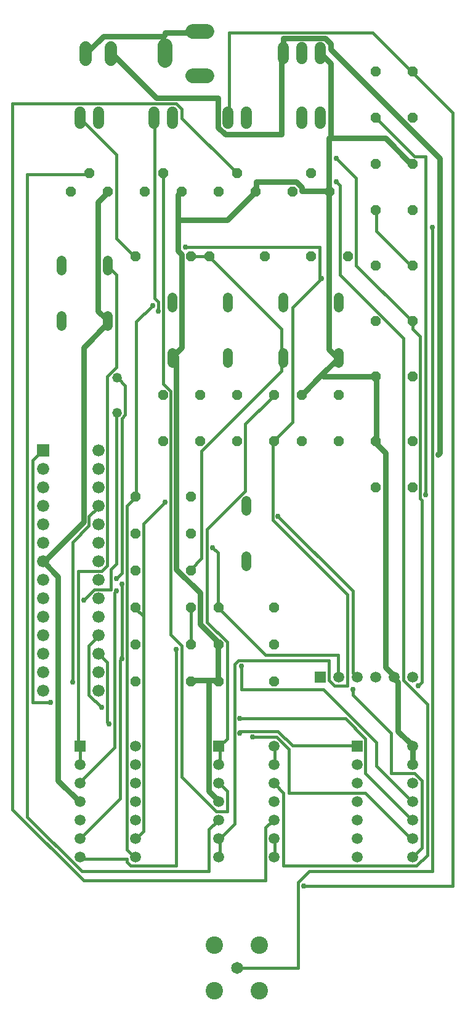
<source format=gbr>
G04 EAGLE Gerber RS-274X export*
G75*
%MOMM*%
%FSLAX34Y34*%
%LPD*%
%INTop Copper*%
%IPPOS*%
%AMOC8*
5,1,8,0,0,1.08239X$1,22.5*%
G01*
%ADD10P,1.429621X8X22.500000*%
%ADD11C,2.000000*%
%ADD12P,1.429621X8X202.500000*%
%ADD13C,1.320800*%
%ADD14C,1.508000*%
%ADD15R,1.508000X1.508000*%
%ADD16C,1.524000*%
%ADD17C,1.650000*%
%ADD18C,2.400000*%
%ADD19C,1.320800*%
%ADD20C,1.700000*%
%ADD21R,1.498600X1.498600*%
%ADD22C,1.498600*%
%ADD23R,1.676400X1.676400*%
%ADD24C,1.676400*%
%ADD25C,0.406400*%
%ADD26C,0.756400*%
%ADD27C,0.762000*%


D10*
X241300Y1511300D03*
X292100Y1511300D03*
X266700Y1536700D03*
D11*
X307500Y1670800D02*
X327500Y1670800D01*
X327500Y1731800D02*
X307500Y1731800D01*
X269500Y1711800D02*
X269500Y1691800D01*
D10*
X139700Y1511300D03*
X190500Y1511300D03*
X165100Y1536700D03*
X266700Y1231900D03*
X317500Y1231900D03*
X558800Y1104900D03*
X609600Y1104900D03*
X457200Y1168400D03*
X508000Y1168400D03*
X457200Y1231900D03*
X508000Y1231900D03*
X368300Y1231900D03*
X419100Y1231900D03*
X368300Y1168400D03*
X419100Y1168400D03*
X558800Y1676400D03*
X609600Y1676400D03*
X558800Y1333500D03*
X609600Y1333500D03*
X558800Y1612900D03*
X609600Y1612900D03*
D12*
X609600Y1549400D03*
X558800Y1549400D03*
D10*
X558800Y1485900D03*
X609600Y1485900D03*
X558800Y1409700D03*
X609600Y1409700D03*
X266700Y1168400D03*
X317500Y1168400D03*
X469900Y1422400D03*
X520700Y1422400D03*
X558800Y1257300D03*
X609600Y1257300D03*
X558800Y1168400D03*
X609600Y1168400D03*
D13*
X508000Y1276096D02*
X508000Y1289304D01*
X508000Y1352296D02*
X508000Y1365504D01*
X127000Y1340104D02*
X127000Y1326896D01*
X127000Y1403096D02*
X127000Y1416304D01*
X431800Y1289304D02*
X431800Y1276096D01*
X431800Y1352296D02*
X431800Y1365504D01*
X355600Y1365504D02*
X355600Y1352296D01*
X355600Y1289304D02*
X355600Y1276096D01*
X279400Y1276096D02*
X279400Y1289304D01*
X279400Y1352296D02*
X279400Y1365504D01*
X190500Y1340104D02*
X190500Y1326896D01*
X190500Y1403096D02*
X190500Y1416304D01*
D14*
X508000Y844550D03*
D15*
X482600Y844550D03*
D14*
X533400Y844550D03*
X558800Y844550D03*
X584200Y844550D03*
X609600Y844550D03*
D16*
X431800Y1694180D02*
X431800Y1709420D01*
X457200Y1709420D02*
X457200Y1694180D01*
X482600Y1694180D02*
X482600Y1709420D01*
D17*
X368300Y444500D03*
D18*
X337000Y475800D03*
X399600Y475800D03*
X399600Y413200D03*
X337000Y413200D03*
D13*
X381000Y996696D02*
X381000Y1009904D01*
X381000Y1072896D02*
X381000Y1086104D01*
D19*
X203200Y1207770D03*
X203200Y1256030D03*
D10*
X342900Y889000D03*
X419100Y889000D03*
X228600Y1041400D03*
X304800Y1041400D03*
X342900Y939800D03*
X419100Y939800D03*
X228600Y838200D03*
X304800Y838200D03*
X228600Y1092200D03*
X304800Y1092200D03*
X342900Y838200D03*
X419100Y838200D03*
X330200Y1422400D03*
X406400Y1422400D03*
X228600Y1422400D03*
X304800Y1422400D03*
X228600Y939800D03*
X304800Y939800D03*
X228600Y990600D03*
X304800Y990600D03*
D12*
X304800Y889000D03*
X228600Y889000D03*
D20*
X160300Y1692300D02*
X160300Y1709300D01*
X195300Y1709300D02*
X195300Y1692300D01*
D21*
X533400Y749300D03*
D22*
X533400Y723900D03*
X533400Y698500D03*
X533400Y673100D03*
X533400Y647700D03*
X533400Y622300D03*
X533400Y596900D03*
X609600Y596900D03*
X609600Y622300D03*
X609600Y647700D03*
X609600Y673100D03*
X609600Y698500D03*
X609600Y723900D03*
X609600Y749300D03*
D23*
X101600Y1155700D03*
D24*
X101600Y1130300D03*
X101600Y1104900D03*
X101600Y1079500D03*
X101600Y1054100D03*
X101600Y1028700D03*
X101600Y1003300D03*
X101600Y977900D03*
X101600Y952500D03*
X101600Y927100D03*
X101600Y901700D03*
X101600Y876300D03*
X101600Y850900D03*
X101600Y825500D03*
X177800Y825500D03*
X177800Y850900D03*
X177800Y876300D03*
X177800Y901700D03*
X177800Y927100D03*
X177800Y952500D03*
X177800Y977900D03*
X177800Y1003300D03*
X177800Y1028700D03*
X177800Y1054100D03*
X177800Y1079500D03*
X177800Y1104900D03*
X177800Y1130300D03*
X177800Y1155700D03*
D21*
X152400Y749300D03*
D22*
X152400Y723900D03*
X152400Y698500D03*
X152400Y673100D03*
X152400Y647700D03*
X152400Y622300D03*
X152400Y596900D03*
X228600Y596900D03*
X228600Y622300D03*
X228600Y647700D03*
X228600Y673100D03*
X228600Y698500D03*
X228600Y723900D03*
X228600Y749300D03*
D21*
X342900Y749300D03*
D22*
X342900Y723900D03*
X342900Y698500D03*
X342900Y673100D03*
X342900Y647700D03*
X342900Y622300D03*
X342900Y596900D03*
X419100Y596900D03*
X419100Y622300D03*
X419100Y647700D03*
X419100Y673100D03*
X419100Y698500D03*
X419100Y723900D03*
X419100Y749300D03*
D10*
X342900Y1511300D03*
X393700Y1511300D03*
X368300Y1536700D03*
X444500Y1511300D03*
X495300Y1511300D03*
X469900Y1536700D03*
D16*
X254000Y1605280D02*
X254000Y1620520D01*
X279400Y1620520D02*
X279400Y1605280D01*
X152400Y1605280D02*
X152400Y1620520D01*
X177800Y1620520D02*
X177800Y1605280D01*
X355600Y1605280D02*
X355600Y1620520D01*
X381000Y1620520D02*
X381000Y1605280D01*
X457200Y1605280D02*
X457200Y1620520D01*
X482600Y1620520D02*
X482600Y1605280D01*
D25*
X210000Y987500D02*
X202500Y980000D01*
X210000Y987500D02*
X210000Y1200000D01*
X215000Y1205000D01*
X215000Y1245000D01*
X205000Y1255000D01*
X203200Y1256030D01*
D26*
X202500Y980000D03*
D25*
X172500Y965000D02*
X157500Y950000D01*
X172500Y965000D02*
X195000Y965000D01*
X195000Y992500D01*
X202500Y1000000D01*
X202500Y1207500D01*
X203200Y1207770D01*
D26*
X157500Y950000D03*
D27*
X610000Y747500D02*
X610000Y725000D01*
X609600Y723900D01*
X610000Y747500D02*
X609600Y749300D01*
X590000Y837500D02*
X585000Y842500D01*
X590000Y837500D02*
X590000Y770000D01*
X607500Y752500D01*
X585000Y842500D02*
X584200Y844550D01*
X607500Y752500D02*
X609600Y749300D01*
X560000Y1170000D02*
X560000Y1255000D01*
X560000Y1170000D02*
X558800Y1168400D01*
X560000Y1255000D02*
X558800Y1257300D01*
X507500Y1282500D02*
X485000Y1260000D01*
X457500Y1232500D01*
X457200Y1231900D01*
X507500Y1282500D02*
X508000Y1282700D01*
X487500Y1257500D02*
X555000Y1257500D01*
X558800Y1257300D01*
X487500Y1257500D02*
X485000Y1260000D01*
X572500Y857500D02*
X582500Y847500D01*
X572500Y857500D02*
X572500Y1152500D01*
X560000Y1165000D01*
X582500Y847500D02*
X584200Y844550D01*
X560000Y1165000D02*
X558800Y1168400D01*
X122500Y702500D02*
X150000Y675000D01*
X122500Y702500D02*
X122500Y982500D01*
X102500Y1002500D01*
X150000Y675000D02*
X152400Y673100D01*
X102500Y1002500D02*
X101600Y1003300D01*
X330000Y840000D02*
X342500Y840000D01*
X330000Y840000D02*
X305000Y840000D01*
X304800Y838200D01*
X342500Y840000D02*
X342900Y838200D01*
X342500Y842500D02*
X342500Y887500D01*
X342900Y889000D01*
X342500Y842500D02*
X342900Y838200D01*
X330000Y687500D02*
X342500Y675000D01*
X330000Y687500D02*
X330000Y840000D01*
X342500Y675000D02*
X342900Y673100D01*
X190000Y1335000D02*
X177500Y1347500D01*
X177500Y1497500D01*
X190000Y1510000D01*
X190000Y1335000D02*
X190500Y1333500D01*
X190000Y1510000D02*
X190500Y1511300D01*
X292500Y1297500D02*
X280000Y1285000D01*
X292500Y1297500D02*
X292500Y1425000D01*
X287500Y1430000D01*
X287500Y1472500D02*
X287500Y1507500D01*
X287500Y1472500D02*
X287500Y1430000D01*
X287500Y1507500D02*
X290000Y1510000D01*
X280000Y1285000D02*
X279400Y1282700D01*
X290000Y1510000D02*
X292100Y1511300D01*
X355000Y1472500D02*
X392500Y1510000D01*
X355000Y1472500D02*
X287500Y1472500D01*
X392500Y1510000D02*
X393700Y1511300D01*
X457500Y1512500D02*
X495000Y1512500D01*
X457500Y1512500D02*
X457500Y1517500D01*
X450000Y1525000D01*
X395000Y1525000D01*
X395000Y1515000D01*
X495000Y1512500D02*
X495300Y1511300D01*
X395000Y1515000D02*
X393700Y1511300D01*
X572500Y1585000D02*
X607500Y1550000D01*
X497500Y1585000D02*
X495000Y1585000D01*
X497500Y1585000D02*
X572500Y1585000D01*
X495000Y1585000D02*
X495000Y1515000D01*
X607500Y1550000D02*
X609600Y1549400D01*
X495000Y1515000D02*
X495300Y1511300D01*
X497500Y1687500D02*
X485000Y1700000D01*
X497500Y1687500D02*
X497500Y1585000D01*
X485000Y1700000D02*
X482600Y1701800D01*
X317500Y917500D02*
X342500Y892500D01*
X317500Y917500D02*
X317500Y960000D01*
X285000Y992500D01*
X285000Y1285000D01*
X342500Y892500D02*
X342900Y889000D01*
X279400Y1282700D02*
X285000Y1285000D01*
X157500Y1057500D02*
X105000Y1005000D01*
X157500Y1057500D02*
X157500Y1297500D01*
X190000Y1330000D01*
X105000Y1005000D02*
X101600Y1003300D01*
X190000Y1330000D02*
X190500Y1333500D01*
X495000Y1295000D02*
X505000Y1285000D01*
X495000Y1295000D02*
X495000Y1507500D01*
X505000Y1285000D02*
X508000Y1282700D01*
X495000Y1507500D02*
X495300Y1511300D01*
D25*
X560000Y1612500D02*
X612500Y1560000D01*
X627500Y1560000D01*
X627500Y1095000D01*
X560000Y1612500D02*
X558800Y1612900D01*
D26*
X627500Y1095000D03*
D25*
X112500Y810000D02*
X87500Y810000D01*
X87500Y1142500D01*
X100000Y1155000D01*
X101600Y1155700D01*
D26*
X112500Y810000D03*
D25*
X607500Y1410000D02*
X560000Y1457500D01*
X560000Y1485000D01*
X607500Y1410000D02*
X609600Y1409700D01*
X560000Y1485000D02*
X558800Y1485900D01*
X330000Y1422500D02*
X305000Y1422500D01*
X304800Y1422400D01*
X330000Y1422500D02*
X330200Y1422400D01*
X320000Y1007500D02*
X305000Y992500D01*
X320000Y1007500D02*
X320000Y1155000D01*
X430000Y1265000D01*
X430000Y1282500D01*
X305000Y992500D02*
X304800Y990600D01*
X430000Y1282500D02*
X431800Y1282700D01*
X200000Y747500D02*
X152500Y700000D01*
X200000Y747500D02*
X200000Y960000D01*
X202500Y962500D01*
X152500Y700000D02*
X152400Y698500D01*
X430000Y1322500D02*
X332500Y1420000D01*
X430000Y1322500D02*
X430000Y1285000D01*
X332500Y1420000D02*
X330200Y1422400D01*
X430000Y1285000D02*
X431800Y1282700D01*
D26*
X202500Y962500D03*
D25*
X152500Y747500D02*
X152500Y725000D01*
X152400Y723900D01*
X152500Y747500D02*
X152400Y749300D01*
X445000Y750000D02*
X532500Y750000D01*
X445000Y750000D02*
X425000Y770000D01*
X372500Y770000D01*
X372500Y767500D01*
X532500Y750000D02*
X533400Y749300D01*
X202500Y1397500D02*
X192500Y1407500D01*
X202500Y1397500D02*
X202500Y1270000D01*
X190000Y1257500D01*
X190000Y997500D01*
X182500Y990000D01*
X150000Y990000D01*
X150000Y750000D01*
X192500Y1407500D02*
X190500Y1409700D01*
X150000Y750000D02*
X152400Y749300D01*
D26*
X372500Y767500D03*
D25*
X217500Y1080000D02*
X227500Y1090000D01*
X217500Y1080000D02*
X217500Y607500D01*
X227500Y597500D01*
X227500Y1090000D02*
X228600Y1092200D01*
X227500Y597500D02*
X228600Y596900D01*
X230000Y1332500D02*
X252500Y1355000D01*
X230000Y1332500D02*
X230000Y1092500D01*
X228600Y1092200D01*
D26*
X252500Y1355000D03*
D25*
X345000Y937500D02*
X407500Y875000D01*
X507500Y875000D01*
X507500Y845000D01*
X345000Y937500D02*
X342900Y939800D01*
X507500Y845000D02*
X508000Y844550D01*
X342500Y1015000D02*
X335000Y1022500D01*
X342500Y1015000D02*
X342500Y940000D01*
X342900Y939800D01*
D26*
X335000Y1022500D03*
D25*
X527500Y850000D02*
X532500Y845000D01*
X527500Y850000D02*
X527500Y962500D01*
X425000Y1065000D01*
X532500Y845000D02*
X533400Y844550D01*
D26*
X425000Y1065000D03*
D25*
X452500Y445000D02*
X370000Y445000D01*
X452500Y445000D02*
X452500Y562500D01*
X467500Y577500D01*
X637500Y577500D01*
X637500Y1462500D01*
X370000Y445000D02*
X368300Y444500D01*
D26*
X637500Y1462500D03*
D25*
X142500Y1030000D02*
X142500Y837500D01*
X142500Y1030000D02*
X165000Y1052500D01*
X165000Y1065000D01*
X177500Y1077500D01*
X177800Y1079500D01*
D26*
X142500Y837500D03*
D27*
X645000Y1150000D02*
X647500Y1152500D01*
X647500Y1557500D01*
X497500Y1707500D01*
X497500Y1715000D01*
X490000Y1722500D01*
X432500Y1722500D01*
X432500Y1702500D01*
X431800Y1701800D01*
X257500Y1640000D02*
X197500Y1700000D01*
X257500Y1640000D02*
X342500Y1640000D01*
X342500Y1600000D01*
X352500Y1590000D01*
X430000Y1590000D01*
X430000Y1700000D01*
X197500Y1700000D02*
X195300Y1700800D01*
X430000Y1700000D02*
X431800Y1701800D01*
D26*
X645000Y1150000D03*
D25*
X545000Y712500D02*
X607500Y650000D01*
X545000Y712500D02*
X545000Y760000D01*
X517500Y787500D01*
X372500Y787500D01*
X182500Y802500D02*
X165000Y820000D01*
X165000Y887500D01*
X177500Y900000D01*
X607500Y650000D02*
X609600Y647700D01*
X177500Y900000D02*
X177800Y901700D01*
D26*
X372500Y787500D03*
X182500Y802500D03*
D25*
X545000Y685000D02*
X607500Y622500D01*
X545000Y685000D02*
X440000Y685000D01*
X440000Y745000D01*
X422500Y762500D01*
X390000Y762500D01*
X192500Y780000D02*
X190000Y782500D01*
X190000Y865000D01*
X180000Y875000D01*
X607500Y622500D02*
X609600Y622300D01*
X180000Y875000D02*
X177800Y876300D01*
D26*
X390000Y762500D03*
X192500Y780000D03*
D25*
X560000Y722500D02*
X607500Y675000D01*
X560000Y722500D02*
X560000Y755000D01*
X487500Y827500D01*
X375000Y827500D01*
X375000Y860000D01*
X607500Y675000D02*
X609600Y673100D01*
D26*
X375000Y860000D03*
D25*
X622500Y610000D02*
X610000Y597500D01*
X622500Y610000D02*
X622500Y702500D01*
X612500Y712500D01*
X580000Y712500D01*
X580000Y767500D01*
X527500Y820000D01*
X527500Y827500D01*
X610000Y597500D02*
X609600Y596900D01*
D26*
X527500Y827500D03*
D27*
X162500Y1702500D02*
X185000Y1725000D01*
X267500Y1725000D01*
X267500Y1702500D01*
X162500Y1702500D02*
X160300Y1700800D01*
X267500Y1702500D02*
X269500Y1701800D01*
X270000Y1730000D02*
X317500Y1730000D01*
X270000Y1730000D02*
X270000Y1727500D01*
X317500Y1730000D02*
X317500Y1731800D01*
X270000Y1727500D02*
X267500Y1725000D01*
D25*
X305000Y937500D02*
X305000Y890000D01*
X304800Y889000D01*
X305000Y937500D02*
X304800Y939800D01*
X217500Y595000D02*
X152500Y595000D01*
X217500Y595000D02*
X217500Y590000D01*
X222500Y585000D01*
X285000Y585000D01*
X285000Y882500D01*
X152400Y596900D02*
X152500Y595000D01*
D26*
X285000Y882500D03*
D25*
X210000Y870000D02*
X207500Y867500D01*
X207500Y677500D01*
X152500Y622500D01*
X152400Y622300D01*
X210000Y870000D02*
X210000Y972500D01*
D26*
X210000Y870000D03*
X210000Y972500D03*
D25*
X238750Y928750D02*
X240000Y927500D01*
X238750Y928750D02*
X230000Y937500D01*
X240000Y927500D02*
X240000Y632500D01*
X230000Y622500D01*
X230000Y937500D02*
X228600Y939800D01*
X230000Y622500D02*
X228600Y622300D01*
X240000Y1055000D02*
X270000Y1085000D01*
X240000Y1055000D02*
X240000Y930000D01*
X238750Y928750D01*
D26*
X270000Y1085000D03*
D25*
X267500Y1247500D02*
X267500Y1535000D01*
X267500Y1247500D02*
X277500Y1237500D01*
X277500Y902500D01*
X292500Y887500D01*
X292500Y707500D01*
X340000Y660000D01*
X355000Y660000D01*
X355000Y687500D01*
X345000Y697500D01*
X267500Y1535000D02*
X266700Y1536700D01*
X342900Y698500D02*
X345000Y697500D01*
X165000Y1535000D02*
X80000Y1535000D01*
X80000Y652500D01*
X155000Y577500D01*
X330000Y577500D01*
X330000Y635000D01*
X342500Y647500D01*
X165000Y1535000D02*
X165100Y1536700D01*
X342900Y647700D02*
X342500Y647500D01*
X368300Y1536700D02*
X292500Y1612500D01*
X292500Y1625000D01*
X285000Y1632500D01*
X60000Y1632500D01*
X60000Y662500D01*
X157500Y565000D01*
X407500Y565000D01*
X407500Y637500D01*
X417500Y647500D01*
X419100Y647700D01*
X380000Y1192500D02*
X417500Y1230000D01*
X380000Y1192500D02*
X380000Y1100000D01*
X327500Y1047500D01*
X327500Y920000D01*
X355000Y892500D01*
X355000Y760000D01*
X345000Y750000D01*
X417500Y1230000D02*
X419100Y1231900D01*
X345000Y750000D02*
X342900Y749300D01*
X345000Y747500D02*
X345000Y725000D01*
X342900Y723900D01*
X345000Y747500D02*
X342900Y749300D01*
X255000Y1365000D02*
X255000Y1612500D01*
X255000Y1365000D02*
X260000Y1360000D01*
X260000Y1347500D01*
X255000Y1612500D02*
X254000Y1612900D01*
D26*
X260000Y1347500D03*
D25*
X227500Y1422500D02*
X202500Y1447500D01*
X202500Y1562500D01*
X152500Y1612500D01*
X227500Y1422500D02*
X228600Y1422400D01*
X152500Y1612500D02*
X152400Y1612900D01*
X345000Y620000D02*
X345000Y597500D01*
X342900Y596900D01*
X345000Y620000D02*
X342900Y622300D01*
X420000Y1170000D02*
X445000Y1195000D01*
X445000Y1352500D01*
X485000Y1392500D01*
X420000Y1170000D02*
X419100Y1168400D01*
X365000Y642500D02*
X345000Y622500D01*
X365000Y642500D02*
X365000Y862500D01*
X370000Y867500D01*
X495000Y867500D01*
X495000Y840000D01*
X502500Y832500D01*
X520000Y832500D01*
X520000Y957500D01*
X417500Y1060000D01*
X417500Y1167500D01*
X345000Y622500D02*
X342900Y622300D01*
X417500Y1167500D02*
X419100Y1168400D01*
X482500Y1435000D02*
X297500Y1435000D01*
X482500Y1435000D02*
X482500Y1392500D01*
X485000Y1392500D01*
D26*
X485000Y1392500D03*
X297500Y1435000D03*
D25*
X420000Y620000D02*
X420000Y597500D01*
X419100Y596900D01*
X420000Y620000D02*
X419100Y622300D01*
X607500Y1677500D02*
X555000Y1730000D01*
X357500Y1730000D01*
X357500Y1615000D01*
X607500Y1677500D02*
X609600Y1676400D01*
X357500Y1615000D02*
X355600Y1612900D01*
X460000Y557500D02*
X665000Y557500D01*
X665000Y1620000D01*
X610000Y1675000D01*
X609600Y1676400D01*
D26*
X460000Y557500D03*
D25*
X420000Y725000D02*
X420000Y747500D01*
X420000Y725000D02*
X419100Y723900D01*
X420000Y747500D02*
X419100Y749300D01*
X607500Y1335000D02*
X532500Y1410000D01*
X532500Y1530000D01*
X505000Y1557500D01*
X607500Y1335000D02*
X609600Y1333500D01*
X622500Y837500D02*
X617500Y832500D01*
X622500Y837500D02*
X622500Y1087500D01*
X620000Y1090000D01*
X620000Y1312500D01*
X610000Y1322500D01*
X610000Y1332500D01*
X609600Y1333500D01*
D26*
X505000Y1557500D03*
X617500Y832500D03*
D25*
X510000Y1520000D02*
X505000Y1525000D01*
X510000Y1520000D02*
X510000Y1397500D01*
X597500Y1310000D01*
X597500Y840000D01*
X630000Y807500D01*
X630000Y600000D01*
X615000Y585000D01*
X432500Y585000D01*
X432500Y685000D01*
X420000Y697500D01*
X419100Y698500D01*
D26*
X505000Y1525000D03*
M02*

</source>
